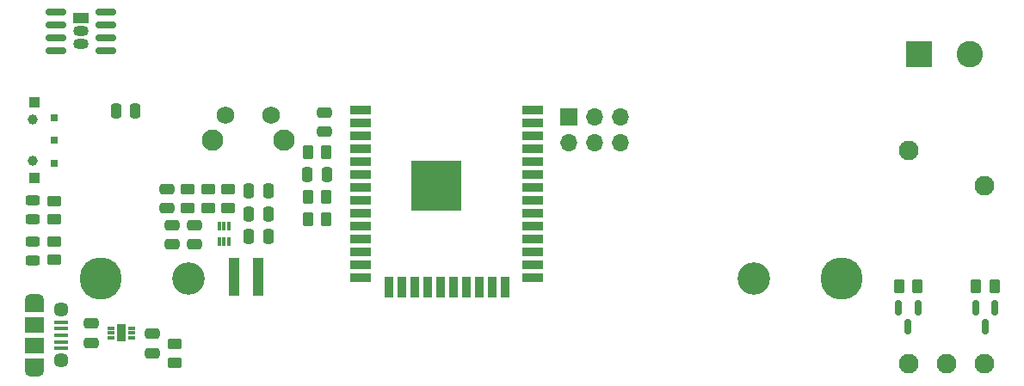
<source format=gbr>
%TF.GenerationSoftware,KiCad,Pcbnew,7.0.2*%
%TF.CreationDate,2023-05-29T21:50:56+03:00*%
%TF.ProjectId,greenhouse-doc,67726565-6e68-46f7-9573-652d646f632e,rev?*%
%TF.SameCoordinates,Original*%
%TF.FileFunction,Soldermask,Top*%
%TF.FilePolarity,Negative*%
%FSLAX46Y46*%
G04 Gerber Fmt 4.6, Leading zero omitted, Abs format (unit mm)*
G04 Created by KiCad (PCBNEW 7.0.2) date 2023-05-29 21:50:56*
%MOMM*%
%LPD*%
G01*
G04 APERTURE LIST*
G04 Aperture macros list*
%AMRoundRect*
0 Rectangle with rounded corners*
0 $1 Rounding radius*
0 $2 $3 $4 $5 $6 $7 $8 $9 X,Y pos of 4 corners*
0 Add a 4 corners polygon primitive as box body*
4,1,4,$2,$3,$4,$5,$6,$7,$8,$9,$2,$3,0*
0 Add four circle primitives for the rounded corners*
1,1,$1+$1,$2,$3*
1,1,$1+$1,$4,$5*
1,1,$1+$1,$6,$7*
1,1,$1+$1,$8,$9*
0 Add four rect primitives between the rounded corners*
20,1,$1+$1,$2,$3,$4,$5,0*
20,1,$1+$1,$4,$5,$6,$7,0*
20,1,$1+$1,$6,$7,$8,$9,0*
20,1,$1+$1,$8,$9,$2,$3,0*%
G04 Aperture macros list end*
%ADD10R,1.500000X1.050000*%
%ADD11O,1.500000X1.050000*%
%ADD12RoundRect,0.250000X-0.262500X-0.450000X0.262500X-0.450000X0.262500X0.450000X-0.262500X0.450000X0*%
%ADD13RoundRect,0.250000X-0.475000X0.250000X-0.475000X-0.250000X0.475000X-0.250000X0.475000X0.250000X0*%
%ADD14C,1.000000*%
%ADD15R,0.800000X0.800000*%
%ADD16R,1.000000X1.000000*%
%ADD17RoundRect,0.150000X0.825000X0.150000X-0.825000X0.150000X-0.825000X-0.150000X0.825000X-0.150000X0*%
%ADD18RoundRect,0.250000X-0.450000X0.262500X-0.450000X-0.262500X0.450000X-0.262500X0.450000X0.262500X0*%
%ADD19R,0.980000X3.700000*%
%ADD20RoundRect,0.250000X0.262500X0.450000X-0.262500X0.450000X-0.262500X-0.450000X0.262500X-0.450000X0*%
%ADD21RoundRect,0.250000X0.250000X0.475000X-0.250000X0.475000X-0.250000X-0.475000X0.250000X-0.475000X0*%
%ADD22RoundRect,0.250000X0.450000X-0.262500X0.450000X0.262500X-0.450000X0.262500X-0.450000X-0.262500X0*%
%ADD23RoundRect,0.250000X0.475000X-0.250000X0.475000X0.250000X-0.475000X0.250000X-0.475000X-0.250000X0*%
%ADD24R,0.300000X0.950000*%
%ADD25RoundRect,0.150000X-0.150000X0.587500X-0.150000X-0.587500X0.150000X-0.587500X0.150000X0.587500X0*%
%ADD26R,1.350000X0.400000*%
%ADD27O,1.900000X1.200000*%
%ADD28R,1.900000X1.200000*%
%ADD29C,1.450000*%
%ADD30R,1.900000X1.500000*%
%ADD31R,2.000000X0.900000*%
%ADD32R,0.900000X2.000000*%
%ADD33R,5.000000X5.000000*%
%ADD34R,0.700000X0.300000*%
%ADD35R,0.900000X1.800000*%
%ADD36RoundRect,0.243750X0.456250X-0.243750X0.456250X0.243750X-0.456250X0.243750X-0.456250X-0.243750X0*%
%ADD37C,3.200000*%
%ADD38C,4.155000*%
%ADD39R,2.600000X2.600000*%
%ADD40C,2.600000*%
%ADD41C,1.950000*%
%ADD42C,2.100000*%
%ADD43C,1.750000*%
%ADD44R,1.700000X1.700000*%
%ADD45O,1.700000X1.700000*%
G04 APERTURE END LIST*
D10*
%TO.C,U2*%
X75000000Y-80960000D03*
D11*
X75000000Y-82230000D03*
X75000000Y-83500000D03*
%TD*%
D12*
%TO.C,R6*%
X163087500Y-107400000D03*
X164912500Y-107400000D03*
%TD*%
D13*
%TO.C,C3*%
X82000000Y-112050000D03*
X82000000Y-113950000D03*
%TD*%
D14*
%TO.C,S1*%
X70270000Y-91000000D03*
X70270000Y-95000000D03*
D15*
X72350000Y-90750000D03*
X72350000Y-93000000D03*
X72350000Y-95250000D03*
D16*
X70450000Y-89250000D03*
X70450000Y-96750000D03*
%TD*%
D17*
%TO.C,U3*%
X77475000Y-84155000D03*
X77475000Y-82885000D03*
X77475000Y-81615000D03*
X77475000Y-80345000D03*
X72525000Y-80345000D03*
X72525000Y-81615000D03*
X72525000Y-82885000D03*
X72525000Y-84155000D03*
%TD*%
D18*
%TO.C,R9*%
X87500000Y-97837500D03*
X87500000Y-99662500D03*
%TD*%
D19*
%TO.C,L1*%
X92435000Y-106420000D03*
X90065000Y-106420000D03*
%TD*%
D20*
%TO.C,R7*%
X99162500Y-94212500D03*
X97337500Y-94212500D03*
%TD*%
%TO.C,R2*%
X99162500Y-100750000D03*
X97337500Y-100750000D03*
%TD*%
D21*
%TO.C,C4*%
X99200000Y-96412500D03*
X97300000Y-96412500D03*
%TD*%
D22*
%TO.C,R8*%
X85500000Y-99662500D03*
X85500000Y-97837500D03*
%TD*%
D23*
%TO.C,C5*%
X86200000Y-103232500D03*
X86200000Y-101332500D03*
%TD*%
D24*
%TO.C,IC2*%
X88600000Y-103000000D03*
X89100000Y-103000000D03*
X89600000Y-103000000D03*
X89600000Y-101500000D03*
X89100000Y-101500000D03*
X88600000Y-101500000D03*
%TD*%
D25*
%TO.C,Q1*%
X164950000Y-109462500D03*
X163050000Y-109462500D03*
X164000000Y-111337500D03*
%TD*%
D26*
%TO.C,J1*%
X73100000Y-110900000D03*
X73100000Y-111550000D03*
X73100000Y-112200000D03*
X73100000Y-112850000D03*
X73100000Y-113500000D03*
D27*
X70400000Y-108700000D03*
D28*
X70400000Y-109300000D03*
D29*
X73100000Y-109700000D03*
D30*
X70400000Y-111200000D03*
X70400000Y-113200000D03*
D29*
X73100000Y-114700000D03*
D28*
X70400000Y-115100000D03*
D27*
X70400000Y-115700000D03*
%TD*%
D25*
%TO.C,Q2*%
X157350000Y-109462500D03*
X155450000Y-109462500D03*
X156400000Y-111337500D03*
%TD*%
D23*
%TO.C,C6*%
X84000000Y-103232500D03*
X84000000Y-101332500D03*
%TD*%
D31*
%TO.C,U1*%
X102500000Y-89995000D03*
X102500000Y-91265000D03*
X102500000Y-92535000D03*
X102500000Y-93805000D03*
X102500000Y-95075000D03*
X102500000Y-96345000D03*
X102500000Y-97615000D03*
X102500000Y-98885000D03*
X102500000Y-100155000D03*
X102500000Y-101425000D03*
X102500000Y-102695000D03*
X102500000Y-103965000D03*
X102500000Y-105235000D03*
X102500000Y-106505000D03*
D32*
X105285000Y-107505000D03*
X106555000Y-107505000D03*
X107825000Y-107505000D03*
X109095000Y-107505000D03*
X110365000Y-107505000D03*
X111635000Y-107505000D03*
X112905000Y-107505000D03*
X114175000Y-107505000D03*
X115445000Y-107505000D03*
X116715000Y-107505000D03*
D31*
X119500000Y-106505000D03*
X119500000Y-105235000D03*
X119500000Y-103965000D03*
X119500000Y-102695000D03*
X119500000Y-101425000D03*
X119500000Y-100155000D03*
X119500000Y-98885000D03*
X119500000Y-97615000D03*
X119500000Y-96345000D03*
X119500000Y-95075000D03*
X119500000Y-93805000D03*
X119500000Y-92535000D03*
X119500000Y-91265000D03*
X119500000Y-89995000D03*
D33*
X110000000Y-97495000D03*
%TD*%
D23*
%TO.C,C2*%
X99000000Y-92162500D03*
X99000000Y-90262500D03*
%TD*%
D12*
%TO.C,R10*%
X155487500Y-107400000D03*
X157312500Y-107400000D03*
%TD*%
D13*
%TO.C,C10*%
X83500000Y-97800000D03*
X83500000Y-99700000D03*
%TD*%
D34*
%TO.C,IC1*%
X78000000Y-111500000D03*
X78000000Y-112000000D03*
X78000000Y-112500000D03*
X80000000Y-112500000D03*
X80000000Y-112000000D03*
X80000000Y-111500000D03*
D35*
X79000000Y-112000000D03*
%TD*%
D13*
%TO.C,C1*%
X76000000Y-111050000D03*
X76000000Y-112950000D03*
%TD*%
D21*
%TO.C,C11*%
X80350000Y-90150000D03*
X78450000Y-90150000D03*
%TD*%
D36*
%TO.C,D2*%
X70250000Y-104825000D03*
X70250000Y-102950000D03*
%TD*%
D22*
%TO.C,R1*%
X84250000Y-114912500D03*
X84250000Y-113087500D03*
%TD*%
D21*
%TO.C,C8*%
X93450000Y-102500000D03*
X91550000Y-102500000D03*
%TD*%
D36*
%TO.C,D1*%
X70250000Y-100787500D03*
X70250000Y-98912500D03*
%TD*%
D21*
%TO.C,C9*%
X93450000Y-100250000D03*
X91550000Y-100250000D03*
%TD*%
D18*
%TO.C,R5*%
X72400000Y-98975000D03*
X72400000Y-100800000D03*
%TD*%
D22*
%TO.C,R11*%
X89500000Y-99662500D03*
X89500000Y-97837500D03*
%TD*%
D18*
%TO.C,R4*%
X72400000Y-102975000D03*
X72400000Y-104800000D03*
%TD*%
D21*
%TO.C,C7*%
X93450000Y-98000000D03*
X91550000Y-98000000D03*
%TD*%
D12*
%TO.C,R3*%
X97337500Y-98612500D03*
X99162500Y-98612500D03*
%TD*%
D37*
%TO.C,BT1*%
X141210000Y-106600000D03*
X85600000Y-106600000D03*
D38*
X149855000Y-106600000D03*
X76955000Y-106600000D03*
%TD*%
D39*
%TO.C,J3*%
X157500000Y-84495000D03*
D40*
X162500000Y-84495000D03*
%TD*%
D41*
%TO.C,K1*%
X156450000Y-115000000D03*
X156450000Y-94000000D03*
X163950000Y-97500000D03*
X163950000Y-115000000D03*
X160200000Y-115000000D03*
%TD*%
D42*
%TO.C,SW1*%
X95000000Y-93000000D03*
X87990000Y-93000000D03*
D43*
X93750000Y-90510000D03*
X89250000Y-90510000D03*
%TD*%
D44*
%TO.C,J2*%
X122975000Y-90725000D03*
D45*
X122975000Y-93265000D03*
X125515000Y-90725000D03*
X125515000Y-93265000D03*
X128055000Y-90725000D03*
X128055000Y-93265000D03*
%TD*%
M02*

</source>
